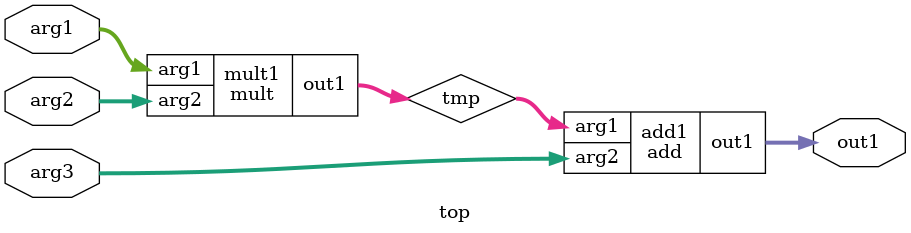
<source format=v>
module mult(
    output wire [3:0] out1,
    input wire [3:0] arg1, arg2);
   
   assign out1 = arg1*arg2;

endmodule

module add(
    output wire [3:0] out1,
    input wire [3:0] arg1, arg2);
   
   assign out1 = arg1+arg2;

endmodule

module top(
    output wire [3:0] out1,
    input wire [3:0] arg1, arg2, arg3);

   wire [3:0]	     tmp;

   mult mult1(.out1(tmp), .arg1, .arg2);

   add add1(.out1, .arg1(tmp), .arg2(arg3));

endmodule
	   

</source>
